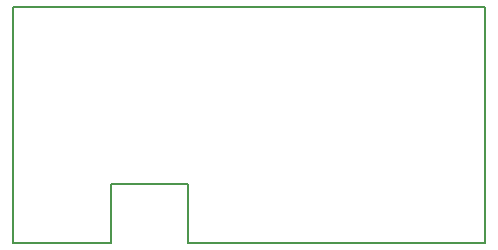
<source format=gko>
G04*
G04 #@! TF.GenerationSoftware,Altium Limited,Altium Designer,19.0.12 (326)*
G04*
G04 Layer_Color=16711935*
%FSLAX44Y44*%
%MOMM*%
G71*
G01*
G75*
%ADD15C,0.1500*%
D15*
X0Y200000D02*
X400000D01*
X149000Y0D02*
X400000D01*
X148730Y270D02*
X149000Y0D01*
X148730Y270D02*
Y49800D01*
X83100D02*
X148730D01*
X83100Y550D02*
Y49800D01*
X82550Y0D02*
X83100Y550D01*
X0Y0D02*
X82550D01*
X0D02*
Y200000D01*
X106000D02*
X106340Y199660D01*
Y200000D01*
X400000Y0D02*
Y200000D01*
M02*

</source>
